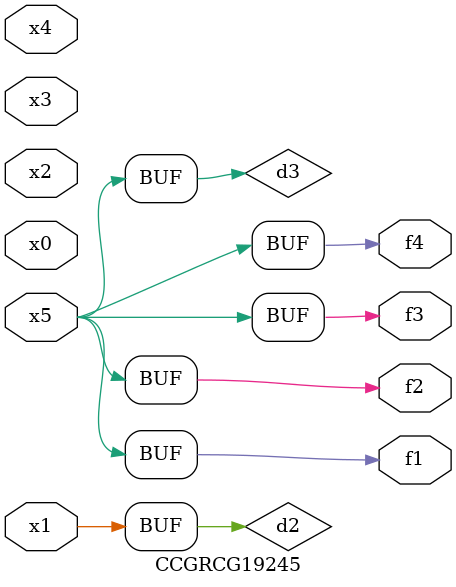
<source format=v>
module CCGRCG19245(
	input x0, x1, x2, x3, x4, x5,
	output f1, f2, f3, f4
);

	wire d1, d2, d3;

	not (d1, x5);
	or (d2, x1);
	xnor (d3, d1);
	assign f1 = d3;
	assign f2 = d3;
	assign f3 = d3;
	assign f4 = d3;
endmodule

</source>
